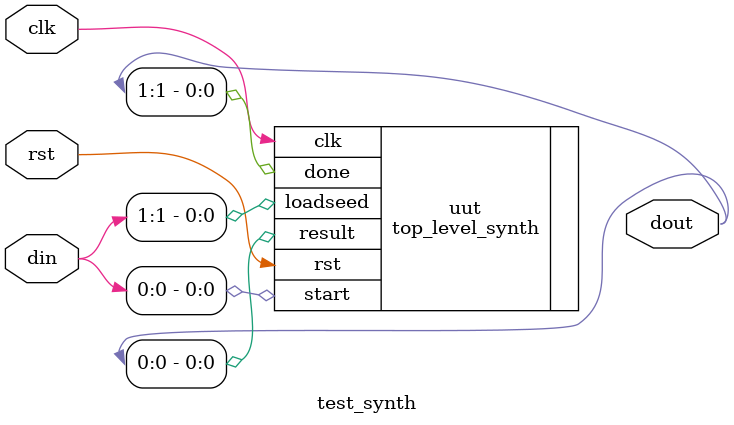
<source format=v>
module test_synth(
  input clk,
  input rst,
  input [4-1:0] din,
  output [4-1:0] dout
);

 top_level_synth uut(
    .clk(clk),
	.rst(rst),
	.start(din[0]),
	.loadseed(din[1]),
	
	.result(dout[0]),
	.done(dout[1])
 );


endmodule

</source>
